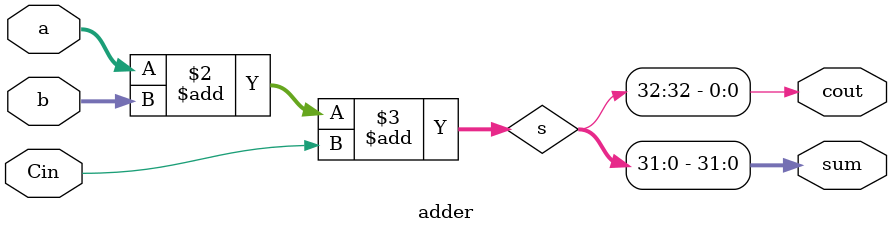
<source format=v>
module adder(
    input [31:0] a,
    input [31:0] b,
    input Cin,
    output [31:0] sum,
    output cout
    );
    reg [32:0] s;
    
    always@(a or b) begin
         s = a + b + Cin;
    end 
    assign sum = s[31:0];
    assign cout = s[32];
endmodule


</source>
